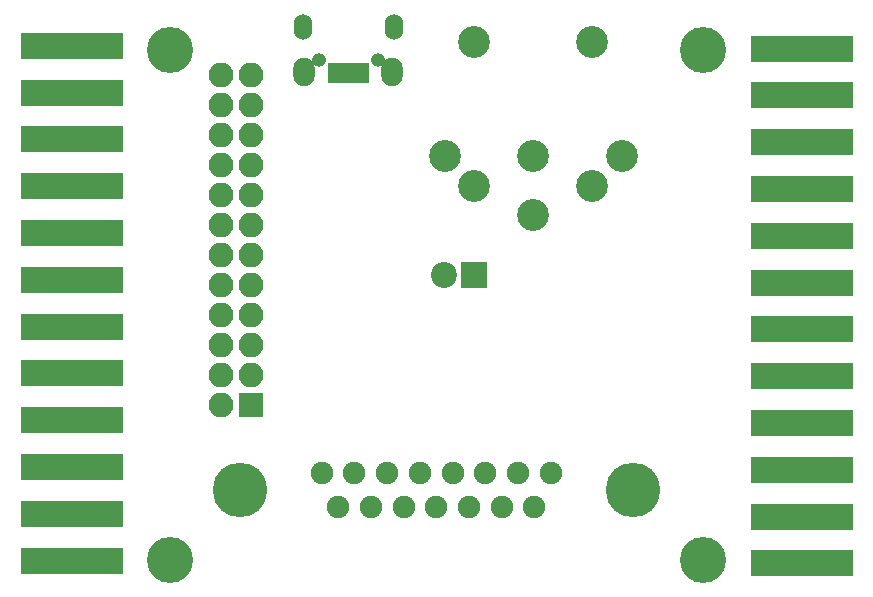
<source format=gts>
G04 #@! TF.GenerationSoftware,KiCad,Pcbnew,(5.1.2-1)-1*
G04 #@! TF.CreationDate,2019-05-25T13:38:43+02:00*
G04 #@! TF.ProjectId,XoomFloppy Pro,586f6f6d-466c-46f7-9070-792050726f2e,1.1*
G04 #@! TF.SameCoordinates,Original*
G04 #@! TF.FileFunction,Soldermask,Top*
G04 #@! TF.FilePolarity,Negative*
%FSLAX46Y46*%
G04 Gerber Fmt 4.6, Leading zero omitted, Abs format (unit mm)*
G04 Created by KiCad (PCBNEW (5.1.2-1)-1) date 2019-05-25 13:38:43*
%MOMM*%
%LPD*%
G04 APERTURE LIST*
%ADD10C,3.900000*%
%ADD11C,2.700000*%
%ADD12R,8.655000X2.305000*%
%ADD13R,2.200000X2.200000*%
%ADD14C,2.200000*%
%ADD15C,1.908000*%
%ADD16C,4.616000*%
%ADD17O,2.100000X2.100000*%
%ADD18R,2.100000X2.100000*%
%ADD19R,0.850000X1.700000*%
%ADD20O,1.850000X2.400000*%
%ADD21O,1.550000X2.200000*%
%ADD22O,1.200000X1.200000*%
G04 APERTURE END LIST*
D10*
X147025000Y-123775000D03*
X147025000Y-80575000D03*
X192125000Y-123775000D03*
X192125000Y-80575000D03*
D11*
X177763000Y-94599000D03*
X172763000Y-92099000D03*
X182763000Y-92099000D03*
X170263000Y-89599000D03*
X177763000Y-89599000D03*
X185263000Y-89599000D03*
X182763000Y-79899000D03*
X172763000Y-79899000D03*
D12*
X200477000Y-124092200D03*
X200477000Y-120129800D03*
X200477000Y-116167400D03*
X200477000Y-112205000D03*
X200477000Y-108242600D03*
X200477000Y-104280200D03*
X200477000Y-100317800D03*
X200477000Y-96355400D03*
X200477000Y-92393000D03*
X200477000Y-88433140D03*
X200477000Y-84468200D03*
X200477000Y-80505800D03*
D13*
X172720000Y-99695000D03*
D14*
X170180000Y-99695000D03*
D15*
X170935000Y-116455000D03*
D16*
X152900000Y-117875000D03*
X186200000Y-117875000D03*
D15*
X168165000Y-116455000D03*
X165395000Y-116455000D03*
X162625000Y-116455000D03*
X159855000Y-116455000D03*
X173705000Y-116455000D03*
X176475000Y-116455000D03*
X179245000Y-116455000D03*
X169550000Y-119295000D03*
X166780000Y-119295000D03*
X164010000Y-119295000D03*
X161240000Y-119295000D03*
X172320000Y-119295000D03*
X175090000Y-119295000D03*
X177860000Y-119295000D03*
D12*
X138705000Y-80257800D03*
X138705000Y-84220200D03*
X138705000Y-88182600D03*
X138705000Y-92145000D03*
X138705000Y-96107400D03*
X138705000Y-100069800D03*
X138705000Y-104032200D03*
X138705000Y-107994600D03*
X138705000Y-111957000D03*
X138705000Y-115916860D03*
X138705000Y-119881800D03*
X138705000Y-123844200D03*
D17*
X151306000Y-82724000D03*
X153846000Y-82724000D03*
X151306000Y-85264000D03*
X153846000Y-85264000D03*
X151306000Y-87804000D03*
X153846000Y-87804000D03*
X151306000Y-90344000D03*
X153846000Y-90344000D03*
X151306000Y-92884000D03*
X153846000Y-92884000D03*
X151306000Y-95424000D03*
X153846000Y-95424000D03*
X151306000Y-97964000D03*
X153846000Y-97964000D03*
X151306000Y-100504000D03*
X153846000Y-100504000D03*
X151306000Y-103044000D03*
X153846000Y-103044000D03*
X151306000Y-105584000D03*
X153846000Y-105584000D03*
X151306000Y-108124000D03*
X153846000Y-108124000D03*
X151306000Y-110664000D03*
D18*
X153846000Y-110664000D03*
D19*
X163416000Y-82545000D03*
X162766000Y-82545000D03*
X162116000Y-82545000D03*
X161466000Y-82545000D03*
X160816000Y-82545000D03*
D20*
X165841000Y-82495000D03*
X158391000Y-82495000D03*
D21*
X165991000Y-78695000D03*
X158241000Y-78695000D03*
D22*
X164616000Y-81445000D03*
X159616000Y-81445000D03*
M02*

</source>
